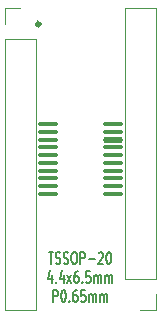
<source format=gto>
G04 #@! TF.GenerationSoftware,KiCad,Pcbnew,(6.0.9)*
G04 #@! TF.CreationDate,2023-05-28T18:52:16+02:00*
G04 #@! TF.ProjectId,SOIC-SSOP-DIP adapter,534f4943-2d53-4534-9f50-2d4449502061,rev?*
G04 #@! TF.SameCoordinates,Original*
G04 #@! TF.FileFunction,Legend,Top*
G04 #@! TF.FilePolarity,Positive*
%FSLAX46Y46*%
G04 Gerber Fmt 4.6, Leading zero omitted, Abs format (unit mm)*
G04 Created by KiCad (PCBNEW (6.0.9)) date 2023-05-28 18:52:16*
%MOMM*%
%LPD*%
G01*
G04 APERTURE LIST*
G04 Aperture macros list*
%AMRoundRect*
0 Rectangle with rounded corners*
0 $1 Rounding radius*
0 $2 $3 $4 $5 $6 $7 $8 $9 X,Y pos of 4 corners*
0 Add a 4 corners polygon primitive as box body*
4,1,4,$2,$3,$4,$5,$6,$7,$8,$9,$2,$3,0*
0 Add four circle primitives for the rounded corners*
1,1,$1+$1,$2,$3*
1,1,$1+$1,$4,$5*
1,1,$1+$1,$6,$7*
1,1,$1+$1,$8,$9*
0 Add four rect primitives between the rounded corners*
20,1,$1+$1,$2,$3,$4,$5,0*
20,1,$1+$1,$4,$5,$6,$7,0*
20,1,$1+$1,$6,$7,$8,$9,0*
20,1,$1+$1,$8,$9,$2,$3,0*%
G04 Aperture macros list end*
%ADD10C,0.150000*%
%ADD11C,0.329000*%
%ADD12C,0.120000*%
%ADD13RoundRect,0.100000X-0.747500X-0.100000X0.747500X-0.100000X0.747500X0.100000X-0.747500X0.100000X0*%
%ADD14RoundRect,0.099500X-0.748000X-0.099500X0.748000X-0.099500X0.748000X0.099500X-0.748000X0.099500X0*%
%ADD15RoundRect,0.107000X-0.740500X-0.107000X0.740500X-0.107000X0.740500X0.107000X-0.740500X0.107000X0*%
%ADD16R,1.700000X1.700000*%
%ADD17O,1.700000X1.700000*%
G04 APERTURE END LIST*
D10*
X91296666Y-129795380D02*
X91696666Y-129795380D01*
X91496666Y-130795380D02*
X91496666Y-129795380D01*
X91896666Y-130747761D02*
X91996666Y-130795380D01*
X92163333Y-130795380D01*
X92230000Y-130747761D01*
X92263333Y-130700142D01*
X92296666Y-130604904D01*
X92296666Y-130509666D01*
X92263333Y-130414428D01*
X92230000Y-130366809D01*
X92163333Y-130319190D01*
X92030000Y-130271571D01*
X91963333Y-130223952D01*
X91930000Y-130176333D01*
X91896666Y-130081095D01*
X91896666Y-129985857D01*
X91930000Y-129890619D01*
X91963333Y-129843000D01*
X92030000Y-129795380D01*
X92196666Y-129795380D01*
X92296666Y-129843000D01*
X92563333Y-130747761D02*
X92663333Y-130795380D01*
X92830000Y-130795380D01*
X92896666Y-130747761D01*
X92930000Y-130700142D01*
X92963333Y-130604904D01*
X92963333Y-130509666D01*
X92930000Y-130414428D01*
X92896666Y-130366809D01*
X92830000Y-130319190D01*
X92696666Y-130271571D01*
X92630000Y-130223952D01*
X92596666Y-130176333D01*
X92563333Y-130081095D01*
X92563333Y-129985857D01*
X92596666Y-129890619D01*
X92630000Y-129843000D01*
X92696666Y-129795380D01*
X92863333Y-129795380D01*
X92963333Y-129843000D01*
X93396666Y-129795380D02*
X93530000Y-129795380D01*
X93596666Y-129843000D01*
X93663333Y-129938238D01*
X93696666Y-130128714D01*
X93696666Y-130462047D01*
X93663333Y-130652523D01*
X93596666Y-130747761D01*
X93530000Y-130795380D01*
X93396666Y-130795380D01*
X93330000Y-130747761D01*
X93263333Y-130652523D01*
X93230000Y-130462047D01*
X93230000Y-130128714D01*
X93263333Y-129938238D01*
X93330000Y-129843000D01*
X93396666Y-129795380D01*
X93996666Y-130795380D02*
X93996666Y-129795380D01*
X94263333Y-129795380D01*
X94330000Y-129843000D01*
X94363333Y-129890619D01*
X94396666Y-129985857D01*
X94396666Y-130128714D01*
X94363333Y-130223952D01*
X94330000Y-130271571D01*
X94263333Y-130319190D01*
X93996666Y-130319190D01*
X94696666Y-130414428D02*
X95230000Y-130414428D01*
X95530000Y-129890619D02*
X95563333Y-129843000D01*
X95630000Y-129795380D01*
X95796666Y-129795380D01*
X95863333Y-129843000D01*
X95896666Y-129890619D01*
X95930000Y-129985857D01*
X95930000Y-130081095D01*
X95896666Y-130223952D01*
X95496666Y-130795380D01*
X95930000Y-130795380D01*
X96363333Y-129795380D02*
X96430000Y-129795380D01*
X96496666Y-129843000D01*
X96530000Y-129890619D01*
X96563333Y-129985857D01*
X96596666Y-130176333D01*
X96596666Y-130414428D01*
X96563333Y-130604904D01*
X96530000Y-130700142D01*
X96496666Y-130747761D01*
X96430000Y-130795380D01*
X96363333Y-130795380D01*
X96296666Y-130747761D01*
X96263333Y-130700142D01*
X96230000Y-130604904D01*
X96196666Y-130414428D01*
X96196666Y-130176333D01*
X96230000Y-129985857D01*
X96263333Y-129890619D01*
X96296666Y-129843000D01*
X96363333Y-129795380D01*
X91563333Y-131738714D02*
X91563333Y-132405380D01*
X91396666Y-131357761D02*
X91230000Y-132072047D01*
X91663333Y-132072047D01*
X91930000Y-132310142D02*
X91963333Y-132357761D01*
X91930000Y-132405380D01*
X91896666Y-132357761D01*
X91930000Y-132310142D01*
X91930000Y-132405380D01*
X92563333Y-131738714D02*
X92563333Y-132405380D01*
X92396666Y-131357761D02*
X92230000Y-132072047D01*
X92663333Y-132072047D01*
X92863333Y-132405380D02*
X93230000Y-131738714D01*
X92863333Y-131738714D02*
X93230000Y-132405380D01*
X93796666Y-131405380D02*
X93663333Y-131405380D01*
X93596666Y-131453000D01*
X93563333Y-131500619D01*
X93496666Y-131643476D01*
X93463333Y-131833952D01*
X93463333Y-132214904D01*
X93496666Y-132310142D01*
X93530000Y-132357761D01*
X93596666Y-132405380D01*
X93730000Y-132405380D01*
X93796666Y-132357761D01*
X93830000Y-132310142D01*
X93863333Y-132214904D01*
X93863333Y-131976809D01*
X93830000Y-131881571D01*
X93796666Y-131833952D01*
X93730000Y-131786333D01*
X93596666Y-131786333D01*
X93530000Y-131833952D01*
X93496666Y-131881571D01*
X93463333Y-131976809D01*
X94163333Y-132310142D02*
X94196666Y-132357761D01*
X94163333Y-132405380D01*
X94130000Y-132357761D01*
X94163333Y-132310142D01*
X94163333Y-132405380D01*
X94830000Y-131405380D02*
X94496666Y-131405380D01*
X94463333Y-131881571D01*
X94496666Y-131833952D01*
X94563333Y-131786333D01*
X94730000Y-131786333D01*
X94796666Y-131833952D01*
X94830000Y-131881571D01*
X94863333Y-131976809D01*
X94863333Y-132214904D01*
X94830000Y-132310142D01*
X94796666Y-132357761D01*
X94730000Y-132405380D01*
X94563333Y-132405380D01*
X94496666Y-132357761D01*
X94463333Y-132310142D01*
X95163333Y-132405380D02*
X95163333Y-131738714D01*
X95163333Y-131833952D02*
X95196666Y-131786333D01*
X95263333Y-131738714D01*
X95363333Y-131738714D01*
X95430000Y-131786333D01*
X95463333Y-131881571D01*
X95463333Y-132405380D01*
X95463333Y-131881571D02*
X95496666Y-131786333D01*
X95563333Y-131738714D01*
X95663333Y-131738714D01*
X95730000Y-131786333D01*
X95763333Y-131881571D01*
X95763333Y-132405380D01*
X96096666Y-132405380D02*
X96096666Y-131738714D01*
X96096666Y-131833952D02*
X96130000Y-131786333D01*
X96196666Y-131738714D01*
X96296666Y-131738714D01*
X96363333Y-131786333D01*
X96396666Y-131881571D01*
X96396666Y-132405380D01*
X96396666Y-131881571D02*
X96430000Y-131786333D01*
X96496666Y-131738714D01*
X96596666Y-131738714D01*
X96663333Y-131786333D01*
X96696666Y-131881571D01*
X96696666Y-132405380D01*
X91696666Y-134015380D02*
X91696666Y-133015380D01*
X91963333Y-133015380D01*
X92030000Y-133063000D01*
X92063333Y-133110619D01*
X92096666Y-133205857D01*
X92096666Y-133348714D01*
X92063333Y-133443952D01*
X92030000Y-133491571D01*
X91963333Y-133539190D01*
X91696666Y-133539190D01*
X92530000Y-133015380D02*
X92596666Y-133015380D01*
X92663333Y-133063000D01*
X92696666Y-133110619D01*
X92730000Y-133205857D01*
X92763333Y-133396333D01*
X92763333Y-133634428D01*
X92730000Y-133824904D01*
X92696666Y-133920142D01*
X92663333Y-133967761D01*
X92596666Y-134015380D01*
X92530000Y-134015380D01*
X92463333Y-133967761D01*
X92430000Y-133920142D01*
X92396666Y-133824904D01*
X92363333Y-133634428D01*
X92363333Y-133396333D01*
X92396666Y-133205857D01*
X92430000Y-133110619D01*
X92463333Y-133063000D01*
X92530000Y-133015380D01*
X93063333Y-133920142D02*
X93096666Y-133967761D01*
X93063333Y-134015380D01*
X93030000Y-133967761D01*
X93063333Y-133920142D01*
X93063333Y-134015380D01*
X93696666Y-133015380D02*
X93563333Y-133015380D01*
X93496666Y-133063000D01*
X93463333Y-133110619D01*
X93396666Y-133253476D01*
X93363333Y-133443952D01*
X93363333Y-133824904D01*
X93396666Y-133920142D01*
X93430000Y-133967761D01*
X93496666Y-134015380D01*
X93630000Y-134015380D01*
X93696666Y-133967761D01*
X93730000Y-133920142D01*
X93763333Y-133824904D01*
X93763333Y-133586809D01*
X93730000Y-133491571D01*
X93696666Y-133443952D01*
X93630000Y-133396333D01*
X93496666Y-133396333D01*
X93430000Y-133443952D01*
X93396666Y-133491571D01*
X93363333Y-133586809D01*
X94396666Y-133015380D02*
X94063333Y-133015380D01*
X94030000Y-133491571D01*
X94063333Y-133443952D01*
X94130000Y-133396333D01*
X94296666Y-133396333D01*
X94363333Y-133443952D01*
X94396666Y-133491571D01*
X94430000Y-133586809D01*
X94430000Y-133824904D01*
X94396666Y-133920142D01*
X94363333Y-133967761D01*
X94296666Y-134015380D01*
X94130000Y-134015380D01*
X94063333Y-133967761D01*
X94030000Y-133920142D01*
X94730000Y-134015380D02*
X94730000Y-133348714D01*
X94730000Y-133443952D02*
X94763333Y-133396333D01*
X94830000Y-133348714D01*
X94930000Y-133348714D01*
X94996666Y-133396333D01*
X95030000Y-133491571D01*
X95030000Y-134015380D01*
X95030000Y-133491571D02*
X95063333Y-133396333D01*
X95130000Y-133348714D01*
X95230000Y-133348714D01*
X95296666Y-133396333D01*
X95330000Y-133491571D01*
X95330000Y-134015380D01*
X95663333Y-134015380D02*
X95663333Y-133348714D01*
X95663333Y-133443952D02*
X95696666Y-133396333D01*
X95763333Y-133348714D01*
X95863333Y-133348714D01*
X95930000Y-133396333D01*
X95963333Y-133491571D01*
X95963333Y-134015380D01*
X95963333Y-133491571D02*
X95996666Y-133396333D01*
X96063333Y-133348714D01*
X96163333Y-133348714D01*
X96230000Y-133396333D01*
X96263333Y-133491571D01*
X96263333Y-134015380D01*
D11*
X90588500Y-110490000D02*
G75*
G03*
X90588500Y-110490000I-164500J0D01*
G01*
D12*
X97730000Y-132080000D02*
X97730000Y-109160000D01*
X100390000Y-133350000D02*
X100390000Y-134680000D01*
X100390000Y-132080000D02*
X100390000Y-109160000D01*
X100390000Y-132080000D02*
X97730000Y-132080000D01*
X100390000Y-109160000D02*
X97730000Y-109160000D01*
X100390000Y-134680000D02*
X99060000Y-134680000D01*
X90230000Y-111760000D02*
X90230000Y-134680000D01*
X87570000Y-111760000D02*
X90230000Y-111760000D01*
X87570000Y-110490000D02*
X87570000Y-109160000D01*
X87570000Y-109160000D02*
X88900000Y-109160000D01*
X87570000Y-134680000D02*
X90230000Y-134680000D01*
X87570000Y-111760000D02*
X87570000Y-134680000D01*
%LPC*%
D13*
X91227500Y-118995000D03*
X91227500Y-119645000D03*
X91227500Y-120295000D03*
X91227500Y-120945000D03*
D14*
X91227500Y-121594000D03*
D13*
X91227500Y-122245000D03*
X91227500Y-122895000D03*
X91227500Y-123545000D03*
X91227500Y-124195000D03*
X91227500Y-124845000D03*
X96732500Y-124845000D03*
X96732500Y-124195000D03*
X96732500Y-123545000D03*
X96732500Y-122895000D03*
X96732500Y-122245000D03*
X96732500Y-121595000D03*
X96732500Y-120945000D03*
D15*
X96732500Y-120309000D03*
D13*
X96732500Y-119645000D03*
X96732500Y-118995000D03*
D16*
X99060000Y-133350000D03*
D17*
X99060000Y-130810000D03*
X99060000Y-128270000D03*
X99060000Y-125730000D03*
X99060000Y-123190000D03*
X99060000Y-120650000D03*
X99060000Y-118110000D03*
X99060000Y-115570000D03*
X99060000Y-113030000D03*
X99060000Y-110490000D03*
D16*
X88900000Y-110490000D03*
D17*
X88900000Y-113030000D03*
X88900000Y-115570000D03*
X88900000Y-118110000D03*
X88900000Y-120650000D03*
X88900000Y-123190000D03*
X88900000Y-125730000D03*
X88900000Y-128270000D03*
X88900000Y-130810000D03*
X88900000Y-133350000D03*
M02*

</source>
